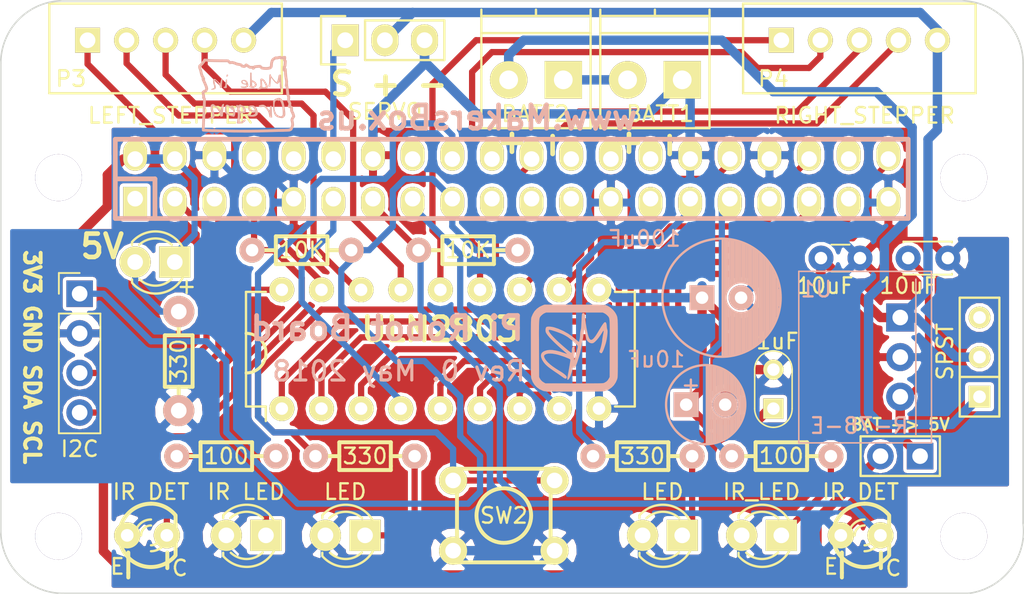
<source format=kicad_pcb>
(kicad_pcb (version 4) (host pcbnew 4.0.6)
  (title_block (title "Raspberry Pi Hat Template") (date 2015-12-24) (rev 0.1) (company OpenFet) (comment 1 "Author: Julien") (comment 2 "License: CERN OHL V1.2"))
  (layers (0 F.Cu signal hide) (31 B.Cu signal hide) (34 B.Paste user) (35 F.Paste user) (36 B.SilkS user) (37 F.SilkS user hide) (38 B.Mask user) (39 F.Mask user) (44 Edge.Cuts user))
  (net 0 "")
  (net 1 GND)
  (net 2 "Net-(P3-Pad1)")
  (net 3 +5V)
  (net 4 "Net-(D3-Pad2)")
  (net 5 "Net-(D4-Pad2)")
  (net 6 +BATT)
  (net 7 "Net-(D1-Pad1)")
  (net 8 "Net-(D2-Pad2)")
  (net 9 "Net-(D5-Pad2)")
  (net 10 "Net-(P3-Pad2)")
  (net 11 "Net-(P3-Pad3)")
  (net 12 "Net-(P3-Pad4)")
  (net 13 /GPIO18)
  (net 14 /GPIO27)
  (net 15 /GPIO4)
  (net 16 /GPIO5)
  (net 17 /GPIO25)
  (net 18 /GPIO6)
  (net 19 /GPIO26)
  (net 20 +3V3)
  (net 21 "Net-(P2-Pad2)")
  (net 22 /GPIO24)
  (net 23 /GPIO12)
  (net 24 /GPIO13)
  (net 25 /GPIO16)
  (net 26 /GPIO17)
  (net 27 /GPIO19)
  (net 28 /GPIO20)
  (net 29 /GPIO21)
  (net 30 /GPIO22)
  (net 31 "Net-(P4-Pad4)")
  (net 32 "Net-(P4-Pad3)")
  (net 33 "Net-(P4-Pad2)")
  (net 34 "Net-(P4-Pad1)")
  (net 35 "Net-(P1-Pad2)")
  (net 36 "Net-(P0-Pad1)")
  (net 37 /SDA)
  (net 38 /SCL)
  (net 39 "Net-(P0-Pad8)")
  (net 40 "Net-(P0-Pad10)")
  (net 41 /GPIO23)
  (net 42 "Net-(P0-Pad19)")
  (net 43 "Net-(P0-Pad20)")
  (net 44 "Net-(P0-Pad21)")
  (net 45 "Net-(P0-Pad23)")
  (net 46 "Net-(P0-Pad24)")
  (net 47 "Net-(P0-Pad26)")
  (net 48 "Net-(P0-Pad27)")
  (net 49 "Net-(P0-Pad28)")
  (net 50 "Net-(C2-Pad1)")
  (module project_footprints:C_Disc_D3.0mm_W2.0mm_P2.50mm (layer F.Cu) (at 172.238 101.7)
    (fp_text reference C2 hide)
    (fp_text value 10uF (at 0 1.778) (layer F.SilkS))
    (pad 1 thru_hole circle (at 0 0) (size 1.6 1.6) (drill 0.8) (layers *.Cu *.Mask) (net 50 "Net-(C2-Pad1)"))
    (pad 2 thru_hole circle (at 2.54 0) (size 1.6 1.6) (drill 0.8) (layers *.Cu *.Mask) (net 1 GND))
  )
  (module footprints:pin_socket_20x2 (layer F.Cu) (at 146.838 96.62)
    (fp_text reference P0 hide)
    (fp_text value Raspberry_Pi_+_Conn hide)
    (pad 1 thru_hole rect (at -24.13 1.27) (size 1.524 1.99898) (drill 1.00076 (offset 0 0.24892)) (layers *.Cu *.Mask F.SilkS) (net 36 "Net-(P0-Pad1)"))
    (pad 2 thru_hole oval (at -24.13 -1.27) (size 1.524 1.99898) (drill 1.00076 (offset 0 -0.24892)) (layers *.Cu *.Mask F.SilkS) (net 3 +5V))
    (pad 3 thru_hole oval (at -21.59 1.27) (size 1.524 1.99898) (drill 1.00076 (offset 0 0.24892)) (layers *.Cu *.Mask F.SilkS) (net 37 /SDA))
    (pad 4 thru_hole oval (at -21.59 -1.27) (size 1.524 1.99898) (drill 1.00076 (offset 0 -0.24892)) (layers *.Cu *.Mask F.SilkS) (net 3 +5V))
    (pad 5 thru_hole oval (at -19.05 1.27) (size 1.524 1.99898) (drill 1.00076 (offset 0 0.24892)) (layers *.Cu *.Mask F.SilkS) (net 38 /SCL))
    (pad 6 thru_hole oval (at -19.05 -1.27) (size 1.524 1.99898) (drill 1.00076 (offset 0 -0.24892)) (layers *.Cu *.Mask F.SilkS) (net 1 GND))
    (pad 7 thru_hole oval (at -16.51 1.27) (size 1.524 1.99898) (drill 1.00076 (offset 0 0.24892)) (layers *.Cu *.Mask F.SilkS) (net 15 /GPIO4))
    (pad 8 thru_hole oval (at -16.51 -1.27) (size 1.524 1.99898) (drill 1.00076 (offset 0 -0.24892)) (layers *.Cu *.Mask F.SilkS) (net 39 "Net-(P0-Pad8)"))
    (pad 9 thru_hole oval (at -13.97 1.27) (size 1.524 1.99898) (drill 1.00076 (offset 0 0.24892)) (layers *.Cu *.Mask F.SilkS) (net 1 GND))
    (pad 10 thru_hole oval (at -13.97 -1.27) (size 1.524 1.99898) (drill 1.00076 (offset 0 -0.24892)) (layers *.Cu *.Mask F.SilkS) (net 40 "Net-(P0-Pad10)"))
    (pad 11 thru_hole oval (at -11.43 1.27) (size 1.524 1.99898) (drill 1.00076 (offset 0 0.24892)) (layers *.Cu *.Mask F.SilkS) (net 26 /GPIO17))
    (pad 12 thru_hole oval (at -11.43 -1.27) (size 1.524 1.99898) (drill 1.00076 (offset 0 -0.24892)) (layers *.Cu *.Mask F.SilkS) (net 13 /GPIO18))
    (pad 13 thru_hole oval (at -8.89 1.27) (size 1.524 1.99898) (drill 1.00076 (offset 0 0.24892)) (layers *.Cu *.Mask F.SilkS) (net 14 /GPIO27))
    (pad 14 thru_hole oval (at -8.89 -1.27) (size 1.524 1.99898) (drill 1.00076 (offset 0 -0.24892)) (layers *.Cu *.Mask F.SilkS) (net 1 GND))
    (pad 15 thru_hole oval (at -6.35 1.27) (size 1.524 1.99898) (drill 1.00076 (offset 0 0.24892)) (layers *.Cu *.Mask F.SilkS) (net 30 /GPIO22))
    (pad 16 thru_hole oval (at -6.35 -1.27) (size 1.524 1.99898) (drill 1.00076 (offset 0 -0.24892)) (layers *.Cu *.Mask F.SilkS) (net 41 /GPIO23))
    (pad 17 thru_hole oval (at -3.81 1.27) (size 1.524 1.99898) (drill 1.00076 (offset 0 0.24892)) (layers *.Cu *.Mask F.SilkS) (net 20 +3V3))
    (pad 18 thru_hole oval (at -3.81 -1.27) (size 1.524 1.99898) (drill 1.00076 (offset 0 -0.24892)) (layers *.Cu *.Mask F.SilkS) (net 22 /GPIO24))
    (pad 19 thru_hole oval (at -1.27 1.27) (size 1.524 1.99898) (drill 1.00076 (offset 0 0.24892)) (layers *.Cu *.Mask F.SilkS) (net 42 "Net-(P0-Pad19)"))
    (pad 20 thru_hole oval (at -1.27 -1.27) (size 1.524 1.99898) (drill 1.00076 (offset 0 -0.24892)) (layers *.Cu *.Mask F.SilkS) (net 43 "Net-(P0-Pad20)"))
    (pad 21 thru_hole oval (at 1.27 1.27) (size 1.524 1.99898) (drill 1.00076 (offset 0 0.24892)) (layers *.Cu *.Mask F.SilkS) (net 44 "Net-(P0-Pad21)"))
    (pad 22 thru_hole oval (at 1.27 -1.27) (size 1.524 1.99898) (drill 1.00076 (offset 0 -0.24892)) (layers *.Cu *.Mask F.SilkS) (net 17 /GPIO25))
    (pad 23 thru_hole oval (at 3.81 1.27) (size 1.524 1.99898) (drill 1.00076 (offset 0 0.24892)) (layers *.Cu *.Mask F.SilkS) (net 45 "Net-(P0-Pad23)"))
    (pad 24 thru_hole oval (at 3.81 -1.27) (size 1.524 1.99898) (drill 1.00076 (offset 0 -0.24892)) (layers *.Cu *.Mask F.SilkS) (net 46 "Net-(P0-Pad24)"))
    (pad 25 thru_hole oval (at 6.35 1.27) (size 1.524 1.99898) (drill 1.00076 (offset 0 0.24892)) (layers *.Cu *.Mask F.SilkS) (net 1 GND))
    (pad 26 thru_hole oval (at 6.35 -1.27) (size 1.524 1.99898) (drill 1.00076 (offset 0 -0.24892)) (layers *.Cu *.Mask F.SilkS) (net 47 "Net-(P0-Pad26)"))
    (pad 27 thru_hole oval (at 8.89 1.27) (size 1.524 1.99898) (drill 1.00076 (offset 0 0.24892)) (layers *.Cu *.Mask F.SilkS) (net 48 "Net-(P0-Pad27)"))
    (pad 28 thru_hole oval (at 8.89 -1.27) (size 1.524 1.99898) (drill 1.00076 (offset 0 -0.24892)) (layers *.Cu *.Mask F.SilkS) (net 49 "Net-(P0-Pad28)"))
    (pad 29 thru_hole oval (at 11.43 1.27) (size 1.524 1.99898) (drill 1.00076 (offset 0 0.24892)) (layers *.Cu *.Mask F.SilkS) (net 16 /GPIO5))
    (pad 30 thru_hole oval (at 11.43 -1.27) (size 1.524 1.99898) (drill 1.00076 (offset 0 -0.24892)) (layers *.Cu *.Mask F.SilkS) (net 1 GND))
    (pad 31 thru_hole oval (at 13.97 1.27) (size 1.524 1.99898) (drill 1.00076 (offset 0 0.24892)) (layers *.Cu *.Mask F.SilkS) (net 18 /GPIO6))
    (pad 32 thru_hole oval (at 13.97 -1.27) (size 1.524 1.99898) (drill 1.00076 (offset 0 -0.24892)) (layers *.Cu *.Mask F.SilkS) (net 23 /GPIO12))
    (pad 33 thru_hole oval (at 16.51 1.27) (size 1.524 1.99898) (drill 1.00076 (offset 0 0.24892)) (layers *.Cu *.Mask F.SilkS) (net 24 /GPIO13))
    (pad 34 thru_hole oval (at 16.51 -1.27) (size 1.524 1.99898) (drill 1.00076 (offset 0 -0.24892)) (layers *.Cu *.Mask F.SilkS) (net 1 GND))
    (pad 35 thru_hole oval (at 19.05 1.27) (size 1.524 1.99898) (drill 1.00076 (offset 0 0.24892)) (layers *.Cu *.Mask F.SilkS) (net 27 /GPIO19))
    (pad 36 thru_hole oval (at 19.05 -1.27) (size 1.524 1.99898) (drill 1.00076 (offset 0 -0.24892)) (layers *.Cu *.Mask F.SilkS) (net 25 /GPIO16))
    (pad 37 thru_hole oval (at 21.59 1.27) (size 1.524 1.99898) (drill 1.00076 (offset 0 0.24892)) (layers *.Cu *.Mask F.SilkS) (net 28 /GPIO20))
    (pad 38 thru_hole oval (at 21.59 -1.27) (size 1.524 1.99898) (drill 1.00076 (offset 0 -0.24892)) (layers *.Cu *.Mask F.SilkS))
    (pad 39 thru_hole oval (at 24.13 1.27) (size 1.524 1.99898) (drill 1.00076 (offset 0 0.24892)) (layers *.Cu *.Mask F.SilkS) (net 1 GND))
    (pad 40 thru_hole oval (at 24.13 -1.27) (size 1.524 1.99898) (drill 1.00076 (offset 0 -0.24892)) (layers *.Cu *.Mask F.SilkS) (net 29 /GPIO21))
  )
  (module Pin_Headers:Pin_Header_Straight_1x02_Pitch2.54mm (layer F.Cu) (at 173 114.4 270)
    (fp_text reference J2 hide)
    (fp_text value JMP)
    (pad 1 thru_hole rect (at 0 0 270) (size 1.7 1.7) (drill 1) (layers *.Cu *.Mask) (net 50 "Net-(C2-Pad1)"))
    (pad 2 thru_hole oval (at 0 2.54 270) (size 1.7 1.7) (drill 1) (layers *.Cu *.Mask) (net 3 +5V))
  )
  (module project_footprints:R-78-E (layer B.Cu) (at 171.73 108.05 270)
    (fp_text reference U1 (at -4.35 5.38 360) (layer B.SilkS) (effects (justify mirror)))
    (fp_text value R-78-E (at 4.4 2.63 360) (layer B.SilkS) (effects (justify mirror)))
    (pad 1 thru_hole rect (at -2.54 0 270) (size 1.8 1.8) (drill 1) (layers *.Cu *.Mask) (net 6 +BATT))
    (pad 2 thru_hole oval (at 0 0 270) (size 1.8 1.8) (drill 1) (layers *.Cu *.Mask) (net 1 GND))
    (pad 3 thru_hole oval (at 2.54 0 270) (size 1.8 1.8) (drill 1) (layers *.Cu *.Mask) (net 50 "Net-(C2-Pad1)"))
  )
  (module Mounting_Holes:MountingHole_3mm (layer F.Cu) (at 175.8 96.54)
    (fp_text reference REF** hide)
    (fp_text value MountingHole_3mm hide)
    (pad 1 thru_hole circle (at 0 0) (size 3 3) (drill 3) (layers))
  )
  (module Mounting_Holes:MountingHole_3mm (layer F.Cu) (at 117.8 96.54)
    (fp_text reference REF** hide)
    (fp_text value MountingHole_3mm hide)
    (pad 1 thru_hole circle (at 0 0) (size 3 3) (drill 3) (layers))
  )
  (module Mounting_Holes:MountingHole_3mm (layer F.Cu) (at 175.8 119.54)
    (fp_text reference REF** hide)
    (fp_text value MountingHole_3mm hide)
    (pad 1 thru_hole circle (at 0 0) (size 3 3) (drill 3) (layers))
  )
  (module Mounting_Holes:MountingHole_3mm (layer F.Cu) (at 117.8 119.54)
    (fp_text reference REF** hide)
    (fp_text value MountingHole_3mm hide)
    (pad 1 thru_hole circle (at 0 0) (size 3 3) (drill 3) (layers))
  )
  (module project_footprints:C_Disc_D3.0mm_W1.6mm_P2.50mm (layer F.Cu) (at 166.65 101.7)
    (fp_text reference C1 hide)
    (fp_text value 10uF (at 0.254 1.778) (layer F.SilkS))
    (pad 1 thru_hole circle (at 0 0) (size 1.6 1.6) (drill 0.8) (layers *.Cu *.Mask) (net 6 +BATT))
    (pad 2 thru_hole circle (at 2.5 0) (size 1.6 1.6) (drill 0.8) (layers *.Cu *.Mask) (net 1 GND))
  )
  (module footprints:C_Radial_D7.5_L11.2_P2.5 (layer B.Cu) (at 159.03 104.24)
    (fp_text reference C3 hide)
    (fp_text value 100uF (at -3.68 -3.79) (layer B.SilkS) (effects (justify mirror)))
    (pad 2 thru_hole circle (at 2.5 0) (size 1.6 1.6) (drill 0.8) (layers *.Cu *.Mask B.SilkS) (net 1 GND))
    (pad 1 thru_hole rect (at 0 0) (size 1.6 1.6) (drill 0.8) (layers *.Cu *.Mask B.SilkS) (net 6 +BATT))
  )
  (module footprints:C_Radial_D5_L11_P2.5 (layer B.Cu) (at 158.014 111.098)
    (fp_text reference C4 hide)
    (fp_text value 10uF (at -1.914 -2.898) (layer B.SilkS) (effects (justify mirror)))
    (fp_text user + (at 0.3 -1.3) (layer B.SilkS) (effects (justify mirror)))
    (pad 1 thru_hole rect (at 0 0) (size 1.6 1.6) (drill 0.8) (layers *.Cu *.Mask B.SilkS) (net 6 +BATT))
    (pad 2 thru_hole circle (at 2.5 0) (size 1.6 1.6) (drill 0.8) (layers *.Cu *.Mask B.SilkS) (net 1 GND))
  )
  (module footprints:C_Disc_D3_P2.5 (layer F.Cu) (at 163.602 111.352 90)
    (fp_text reference C5 hide)
    (fp_text value 1uF (at 4.318 0.254 180) (layer F.SilkS))
    (pad 1 thru_hole rect (at 0 0 90) (size 1.3 1.3) (drill 0.8) (layers *.Cu *.Mask F.SilkS) (net 6 +BATT))
    (pad 2 thru_hole circle (at 2.5 0 90) (size 1.3 1.3) (drill 0.8001) (layers *.Cu *.Mask F.SilkS) (net 1 GND))
  )
  (module project_footprints:LED-3MM (layer F.Cu) (at 122.708 101.954)
    (fp_text reference D1 hide)
    (fp_text value LED)
    (fp_text user + (at 3.302 1.524) (layer F.SilkS))
    (pad 1 thru_hole circle (at 0 0 90) (size 2 2) (drill 1.00076) (layers *.Cu *.Mask F.SilkS) (net 7 "Net-(D1-Pad1)"))
    (pad 2 thru_hole rect (at 2.54 0) (size 2 2) (drill 1.00076) (layers *.Cu *.Mask F.SilkS) (net 3 +5V))
  )
  (module footprints:LED-3MM (layer F.Cu) (at 161.57 119.48)
    (fp_text reference D2 hide)
    (fp_text value IR_LED (at 1.27 -2.794) (layer F.SilkS))
    (pad 1 thru_hole circle (at 0 0 90) (size 2 2) (drill 1.00076) (layers *.Cu *.Mask F.SilkS) (net 1 GND))
    (pad 2 thru_hole rect (at 2.54 0) (size 2 2) (drill 1.00076) (layers *.Cu *.Mask F.SilkS) (net 8 "Net-(D2-Pad2)"))
  )
  (module footprints:LED-3MM (layer F.Cu) (at 134.9 119.48)
    (fp_text reference D3 hide)
    (fp_text value LED (at 1.27 -2.794) (layer F.SilkS))
    (pad 1 thru_hole circle (at 0 0 90) (size 2 2) (drill 1.00076) (layers *.Cu *.Mask F.SilkS) (net 1 GND))
    (pad 2 thru_hole rect (at 2.54 0) (size 2 2) (drill 1.00076) (layers *.Cu *.Mask F.SilkS) (net 4 "Net-(D3-Pad2)"))
  )
  (module footprints:LED-3MM (layer F.Cu) (at 155.22 119.48)
    (fp_text reference D4 hide)
    (fp_text value LED (at 1.27 -2.794) (layer F.SilkS))
    (pad 1 thru_hole circle (at 0 0 90) (size 2 2) (drill 1.00076) (layers *.Cu *.Mask F.SilkS) (net 1 GND))
    (pad 2 thru_hole rect (at 2.54 0) (size 2 2) (drill 1.00076) (layers *.Cu *.Mask F.SilkS) (net 5 "Net-(D4-Pad2)"))
  )
  (module footprints:LED-3MM (layer F.Cu) (at 128.55 119.48)
    (fp_text reference D5 hide)
    (fp_text value "IR LED" (at 1.27 -2.794) (layer F.SilkS))
    (pad 1 thru_hole circle (at 0 0 90) (size 2 2) (drill 1.00076) (layers *.Cu *.Mask F.SilkS) (net 1 GND))
    (pad 2 thru_hole rect (at 2.54 0) (size 2 2) (drill 1.00076) (layers *.Cu *.Mask F.SilkS) (net 9 "Net-(D5-Pad2)"))
  )
  (module footprints:Pin_Header_Straight_1x03 (layer F.Cu) (at 136.17 87.73 90)
    (fp_text reference P5 hide)
    (fp_text value SERVO (at -4.572 2.54 180) (layer F.SilkS))
    (pad 1 thru_hole rect (at 0 0 90) (size 2.032 1.7272) (drill 1.016) (layers *.Cu *.Mask F.SilkS) (net 13 /GPIO18))
    (pad 2 thru_hole oval (at 0 2.54 90) (size 2.032 1.7272) (drill 1.016) (layers *.Cu *.Mask F.SilkS) (net 6 +BATT))
    (pad 3 thru_hole oval (at 0 5.08 90) (size 2.032 1.7272) (drill 1.016) (layers *.Cu *.Mask F.SilkS) (net 1 GND))
  )
  (module footprints:PHOTOTRANS (layer F.Cu) (at 123.47 119.48)
    (fp_text reference Q1 hide)
    (fp_text value OPTO_NPN hide)
    (fp_text user E (at -1.9 2) (layer F.SilkS))
    (fp_text user C (at 2.1 2.1) (layer F.SilkS))
    (pad 1 thru_hole circle (at -1.27 0) (size 1.6764 1.6764) (drill 0.8128) (layers *.Cu *.Mask F.SilkS) (net 1 GND))
    (pad 3 thru_hole circle (at 1.27 0 45) (size 1.6764 1.6764) (drill 0.8128) (layers *.Cu *.Mask F.SilkS) (net 15 /GPIO4))
  )
  (module footprints:PHOTOTRANS (layer F.Cu) (at 169.19 119.48)
    (fp_text reference Q2 hide)
    (fp_text value OPTO_NPN hide)
    (fp_text user E (at -1.9 2) (layer F.SilkS))
    (fp_text user C (at 2.1 2.1) (layer F.SilkS))
    (pad 1 thru_hole circle (at -1.27 0) (size 1.6764 1.6764) (drill 0.8128) (layers *.Cu *.Mask F.SilkS) (net 1 GND))
    (pad 3 thru_hole circle (at 1.27 0 45) (size 1.6764 1.6764) (drill 0.8128) (layers *.Cu *.Mask F.SilkS) (net 14 /GPIO27))
  )
  (module project_footprints:Resistor_Horz (layer F.Cu) (at 125.502 108.304 270)
    (fp_text reference R1)
    (fp_text value 330 (at 0 0 270) (layer F.SilkS))
    (pad 1 thru_hole circle (at -3.175 0 270) (size 1.99898 1.99898) (drill 1.00076) (layers *.Cu *.SilkS *.Mask) (net 7 "Net-(D1-Pad1)"))
    (pad 2 thru_hole circle (at 3.175 0 270) (size 1.99898 1.99898) (drill 1.00076) (layers *.Cu *.SilkS *.Mask) (net 1 GND))
  )
  (module footprints:Resistor_Horz (layer F.Cu) (at 164.11 114.4)
    (fp_text reference R2)
    (fp_text value 100 (at 0 0) (layer F.SilkS))
    (pad 1 thru_hole circle (at -3.175 0) (size 1.6 1.6) (drill 0.8) (layers *.Cu *.SilkS *.Mask) (net 18 /GPIO6))
    (pad 2 thru_hole circle (at 3.175 0) (size 1.6 1.6) (drill 0.8) (layers *.Cu *.SilkS *.Mask) (net 8 "Net-(D2-Pad2)"))
  )
  (module footprints:Resistor_Horz (layer F.Cu) (at 137.44 114.4)
    (fp_text reference R3)
    (fp_text value 330 (at 0 0) (layer F.SilkS))
    (pad 1 thru_hole circle (at -3.175 0) (size 1.6 1.6) (drill 0.8) (layers *.Cu *.SilkS *.Mask) (net 17 /GPIO25))
    (pad 2 thru_hole circle (at 3.175 0) (size 1.6 1.6) (drill 0.8) (layers *.Cu *.SilkS *.Mask) (net 4 "Net-(D3-Pad2)"))
  )
  (module footprints:Resistor_Horz (layer F.Cu) (at 155.22 114.4)
    (fp_text reference R4)
    (fp_text value 330 (at 0 0) (layer F.SilkS))
    (pad 1 thru_hole circle (at -3.175 0) (size 1.6 1.6) (drill 0.8) (layers *.Cu *.SilkS *.Mask) (net 16 /GPIO5))
    (pad 2 thru_hole circle (at 3.175 0) (size 1.6 1.6) (drill 0.8) (layers *.Cu *.SilkS *.Mask) (net 5 "Net-(D4-Pad2)"))
  )
  (module footprints:Resistor_Horz (layer F.Cu) (at 128.55 114.4 180)
    (fp_text reference R5)
    (fp_text value 100 (at 0 0 180) (layer F.SilkS))
    (pad 1 thru_hole circle (at -3.175 0 180) (size 1.6 1.6) (drill 0.8) (layers *.Cu *.SilkS *.Mask) (net 19 /GPIO26))
    (pad 2 thru_hole circle (at 3.175 0 180) (size 1.6 1.6) (drill 0.8) (layers *.Cu *.SilkS *.Mask) (net 9 "Net-(D5-Pad2)"))
  )
  (module footprints:Resistor_Horz (layer F.Cu) (at 133.376 101.192)
    (fp_text reference R6)
    (fp_text value 10K (at 0 0) (layer F.SilkS))
    (pad 1 thru_hole circle (at -3.175 0) (size 1.6 1.6) (drill 0.8) (layers *.Cu *.SilkS *.Mask) (net 15 /GPIO4))
    (pad 2 thru_hole circle (at 3.175 0) (size 1.6 1.6) (drill 0.8) (layers *.Cu *.SilkS *.Mask) (net 20 +3V3))
  )
  (module footprints:Resistor_Horz (layer F.Cu) (at 144.044 101.192)
    (fp_text reference R7)
    (fp_text value 10K (at 0 0) (layer F.SilkS))
    (pad 1 thru_hole circle (at -3.175 0) (size 1.6 1.6) (drill 0.8) (layers *.Cu *.SilkS *.Mask) (net 14 /GPIO27))
    (pad 2 thru_hole circle (at 3.175 0) (size 1.6 1.6) (drill 0.8) (layers *.Cu *.SilkS *.Mask) (net 20 +3V3))
  )
  (module footprints:SW_Micro_SPST (layer F.Cu) (at 176.81 108.05 90)
    (fp_text reference SW1 hide)
    (fp_text value SPST (at 0.35 -2.21 90) (layer F.SilkS))
    (pad 1 thru_hole rect (at -2.54 0 90) (size 1.397 1.397) (drill 0.8128) (layers *.Cu *.Mask F.SilkS) (net 21 "Net-(P2-Pad2)"))
    (pad 2 thru_hole circle (at 0 0 90) (size 1.397 1.397) (drill 0.8128) (layers *.Cu *.Mask F.SilkS) (net 6 +BATT))
    (pad 3 thru_hole circle (at 2.54 0 90) (size 1.397 1.397) (drill 0.8128) (layers *.Cu *.Mask F.SilkS))
  )
  (module footprints:SW_PUSH_SMALL (layer F.Cu) (at 146.33 118.21 180)
    (fp_text reference SW2 (at 0 0 180) (layer F.SilkS))
    (fp_text value SW_PUSH hide)
    (pad 1 thru_hole circle (at 3.25 -2.25 180) (size 1.8 1.8) (drill 1) (layers *.Cu *.Mask F.SilkS) (net 1 GND))
    (pad 2 thru_hole circle (at 3.25 2.25 180) (size 1.8 1.8) (drill 1) (layers *.Cu *.Mask F.SilkS) (net 22 /GPIO24))
    (pad 1 thru_hole circle (at -3.25 -2.25 180) (size 1.8 1.8) (drill 1) (layers *.Cu *.Mask F.SilkS) (net 1 GND))
    (pad 2 thru_hole circle (at -3.25 2.25 180) (size 1.8 1.8) (drill 1) (layers *.Cu *.Mask F.SilkS) (net 22 /GPIO24))
  )
  (module footprints:DIP-18_W7.62mm (layer F.Cu) (at 132.106 111.352 90)
    (fp_text reference U2 hide)
    (fp_text value ULN2803 (at 5.08 10.16 180) (layer F.SilkS) (effects (font (size 1.5 1.5) (thickness 0.3))))
    (pad 1 thru_hole oval (at 0 0 90) (size 1.6 1.6) (drill 0.8) (layers *.Cu *.Mask F.SilkS) (net 23 /GPIO12))
    (pad 2 thru_hole oval (at 0 2.54 90) (size 1.6 1.6) (drill 0.8) (layers *.Cu *.Mask F.SilkS) (net 24 /GPIO13))
    (pad 3 thru_hole oval (at 0 5.08 90) (size 1.6 1.6) (drill 0.8) (layers *.Cu *.Mask F.SilkS) (net 25 /GPIO16))
    (pad 4 thru_hole oval (at 0 7.62 90) (size 1.6 1.6) (drill 0.8) (layers *.Cu *.Mask F.SilkS) (net 26 /GPIO17))
    (pad 5 thru_hole oval (at 0 10.16 90) (size 1.6 1.6) (drill 0.8) (layers *.Cu *.Mask F.SilkS) (net 27 /GPIO19))
    (pad 6 thru_hole oval (at 0 12.7 90) (size 1.6 1.6) (drill 0.8) (layers *.Cu *.Mask F.SilkS) (net 28 /GPIO20))
    (pad 7 thru_hole oval (at 0 15.24 90) (size 1.6 1.6) (drill 0.8) (layers *.Cu *.Mask F.SilkS) (net 29 /GPIO21))
    (pad 8 thru_hole oval (at 0 17.78 90) (size 1.6 1.6) (drill 0.8) (layers *.Cu *.Mask F.SilkS) (net 30 /GPIO22))
    (pad 9 thru_hole oval (at 0 20.32 90) (size 1.6 1.6) (drill 0.8) (layers *.Cu *.Mask F.SilkS) (net 1 GND))
    (pad 10 thru_hole oval (at 7.62 20.32 90) (size 1.6 1.6) (drill 0.8) (layers *.Cu *.Mask F.SilkS) (net 6 +BATT))
    (pad 11 thru_hole oval (at 7.62 17.78 90) (size 1.6 1.6) (drill 0.8) (layers *.Cu *.Mask F.SilkS) (net 31 "Net-(P4-Pad4)"))
    (pad 12 thru_hole oval (at 7.62 15.24 90) (size 1.6 1.6) (drill 0.8) (layers *.Cu *.Mask F.SilkS) (net 32 "Net-(P4-Pad3)"))
    (pad 13 thru_hole oval (at 7.62 12.7 90) (size 1.6 1.6) (drill 0.8) (layers *.Cu *.Mask F.SilkS) (net 33 "Net-(P4-Pad2)"))
    (pad 14 thru_hole oval (at 7.62 10.16 90) (size 1.6 1.6) (drill 0.8) (layers *.Cu *.Mask F.SilkS) (net 34 "Net-(P4-Pad1)"))
    (pad 15 thru_hole oval (at 7.62 7.62 90) (size 1.6 1.6) (drill 0.8) (layers *.Cu *.Mask F.SilkS) (net 12 "Net-(P3-Pad4)"))
    (pad 16 thru_hole oval (at 7.62 5.08 90) (size 1.6 1.6) (drill 0.8) (layers *.Cu *.Mask F.SilkS) (net 11 "Net-(P3-Pad3)"))
    (pad 17 thru_hole oval (at 7.62 2.54 90) (size 1.6 1.6) (drill 0.8) (layers *.Cu *.Mask F.SilkS) (net 10 "Net-(P3-Pad2)"))
    (pad 18 thru_hole oval (at 7.62 0 90) (size 1.6 1.6) (drill 0.8) (layers *.Cu *.Mask F.SilkS) (net 2 "Net-(P3-Pad1)"))
  )
  (module footprints:TerminalBlock_Pheonix_PT-3.5mm_2pol (layer F.Cu) (at 157.76 90.27 180)
    (fp_text reference P1 hide)
    (fp_text value BATT1 (at 1.41 -2.18 180) (layer F.SilkS))
    (pad 2 thru_hole circle (at 3.5 0 180) (size 2.4 2.4) (drill 1.2) (layers *.Cu *.Mask F.SilkS) (net 35 "Net-(P1-Pad2)"))
    (pad 1 thru_hole rect (at 0 0 180) (size 2.4 2.4) (drill 1.2) (layers *.Cu *.Mask F.SilkS) (net 1 GND))
  )
  (module footprints:TerminalBlock_Pheonix_PT-3.5mm_2pol (layer F.Cu) (at 150.14 90.27 180)
    (fp_text reference P2 hide)
    (fp_text value BATT2 (at 1.79 -2.18 180) (layer F.SilkS))
    (pad 2 thru_hole circle (at 3.5 0 180) (size 2.4 2.4) (drill 1.2) (layers *.Cu *.Mask F.SilkS) (net 21 "Net-(P2-Pad2)"))
    (pad 1 thru_hole rect (at 0 0 180) (size 2.4 2.4) (drill 1.2) (layers *.Cu *.Mask F.SilkS) (net 35 "Net-(P1-Pad2)"))
  )
  (module footprints:JST_B5B-XH-A (layer F.Cu) (at 119.66 87.73)
    (fp_text reference P3 (at -1.06 2.47) (layer F.SilkS))
    (fp_text value LEFT_STEPPER (at 5.334 4.826) (layer F.SilkS))
    (pad 1 thru_hole rect (at 0 0) (size 1.6 1.6) (drill 1) (layers *.Cu *.Mask F.SilkS) (net 2 "Net-(P3-Pad1)"))
    (pad 2 thru_hole circle (at 2.5 0) (size 1.6 1.6) (drill 1) (layers *.Cu *.Mask F.SilkS) (net 10 "Net-(P3-Pad2)"))
    (pad 3 thru_hole circle (at 5 0) (size 1.6 1.6) (drill 1) (layers *.Cu *.Mask F.SilkS) (net 11 "Net-(P3-Pad3)"))
    (pad 4 thru_hole circle (at 7.5 0) (size 1.6 1.6) (drill 1) (layers *.Cu *.Mask F.SilkS) (net 12 "Net-(P3-Pad4)"))
    (pad 5 thru_hole circle (at 10 0) (size 1.6 1.6) (drill 1) (layers *.Cu *.Mask F.SilkS) (net 6 +BATT))
  )
  (module footprints:JST_B5B-XH-A (layer F.Cu) (at 164.11 87.73)
    (fp_text reference P4 (at -0.51 2.47) (layer F.SilkS))
    (fp_text value RIGHT_STEPPER (at 5.334 4.826) (layer F.SilkS))
    (pad 1 thru_hole rect (at 0 0) (size 1.6 1.6) (drill 1) (layers *.Cu *.Mask F.SilkS) (net 34 "Net-(P4-Pad1)"))
    (pad 2 thru_hole circle (at 2.5 0) (size 1.6 1.6) (drill 1) (layers *.Cu *.Mask F.SilkS) (net 33 "Net-(P4-Pad2)"))
    (pad 3 thru_hole circle (at 5 0) (size 1.6 1.6) (drill 1) (layers *.Cu *.Mask F.SilkS) (net 32 "Net-(P4-Pad3)"))
    (pad 4 thru_hole circle (at 7.5 0) (size 1.6 1.6) (drill 1) (layers *.Cu *.Mask F.SilkS) (net 31 "Net-(P4-Pad4)"))
    (pad 5 thru_hole circle (at 10 0) (size 1.6 1.6) (drill 1) (layers *.Cu *.Mask F.SilkS) (net 6 +BATT))
  )
  (module Pin_Headers:Pin_Header_Straight_1x04_Pitch2.54mm (layer F.Cu) (at 119.152 103.986)
    (fp_text reference J1 hide)
    (fp_text value I2C (at 0 9.95) (layer F.SilkS))
    (pad 1 thru_hole rect (at 0 0) (size 1.7 1.7) (drill 1) (layers *.Cu *.Mask) (net 20 +3V3))
    (pad 2 thru_hole oval (at 0 2.54) (size 1.7 1.7) (drill 1) (layers *.Cu *.Mask) (net 1 GND))
    (pad 3 thru_hole oval (at 0 5.08) (size 1.7 1.7) (drill 1) (layers *.Cu *.Mask) (net 37 /SDA))
    (pad 4 thru_hole oval (at 0 7.62) (size 1.7 1.7) (drill 1) (layers *.Cu *.Mask) (net 38 /SCL))
  )
  (module footprints:MB225rev (layer F.Cu) (at 150.85 107.45)
    (fp_text reference VAL hide)
    (fp_text value MB225rev hide)
  )
  (module footprints:MadeInOregonRev25 (layer F.Cu) (at 129.85 91.2)
    (fp_text reference VAL hide)
    (fp_text value MadeInOregonRev25 hide)
  )
  (gr_text www.MakersBox.us (at 144.6 92.7) (layer B.SilkS) (effects (font (size 1.5 1.5) (thickness 0.3)) (justify mirror)))
  (gr_text "Rev 0. May 2018" (at 139.6 108.95) (layer B.SilkS) (effects (font (size 1.25 1.25) (thickness 0.2)) (justify mirror)))
  (gr_text "Pi Robot Board" (at 138.85 106.2) (layer B.SilkS) (effects (font (size 1.5 1.5) (thickness 0.3)) (justify mirror)))
  (gr_text 5V (at 120.6 100.95) (layer F.SilkS) (effects (font (size 1.5 1.5) (thickness 0.3))))
  (gr_text - (at 156.85 94.45 90) (layer F.SilkS) (effects (font (size 1.5 1.5) (thickness 0.3))))
  (gr_text + (at 154.35 94.2) (layer F.SilkS) (effects (font (size 1.5 1.5) (thickness 0.3))))
  (gr_text - (at 149.35 94.45 90) (layer F.SilkS) (effects (font (size 1.5 1.5) (thickness 0.3))))
  (gr_text + (at 146.85 94.2) (layer F.SilkS) (effects (font (size 1.5 1.5) (thickness 0.3))))
  (gr_line (start 114.1 89.2) (end 114.1 119.2) (angle 90) (layer Edge.Cuts) (width 0.1))
  (gr_line (start 175.6 85.2) (end 118.1 85.2) (angle 90) (layer Edge.Cuts) (width 0.1))
  (gr_line (start 179.6 118.7) (end 179.6 89.2) (angle 90) (layer Edge.Cuts) (width 0.1))
  (gr_line (start 118.1 123.2) (end 176.1 123.2) (angle 90) (layer Edge.Cuts) (width 0.1))
  (gr_arc (start 118.1 119.2) (end 118.1 123.2) (angle 90) (layer Edge.Cuts) (width 0.1))
  (gr_arc (start 118.1 89.2) (end 114.1 89.2) (angle 90) (layer Edge.Cuts) (width 0.1))
  (gr_arc (start 175.6 89.2) (end 175.6 85.2) (angle 90) (layer Edge.Cuts) (width 0.1))
  (gr_arc (start 175.6 119.2) (end 179.6 118.7) (angle 90) (layer Edge.Cuts) (width 0.1))
  (gr_text "BAT -> 5V" (at 171.73 112.368) (layer F.SilkS) (effects (font (size 0.75 0.75))))
  (gr_text "IR DET" (at 169.19 116.686) (layer F.SilkS) (effects (font (size 1 1))))
  (gr_text "IR DET" (at 123.724 116.686) (layer F.SilkS) (effects (font (size 1 1))))
  (gr_text "3V3 GND SDA SCL" (at 116.104 108.05 270) (layer F.SilkS) (effects (font (size 1 1) (thickness 0.25))))
  (gr_text "S + -" (at 138.964 90.524) (layer F.SilkS) (effects (font (size 1.5 1.5) (thickness 0.3))))
  (segment (start 141.25 87.73) (end 141.25 89.1) (width 0.6) (layer B.Cu) (net 1))
  (segment (start 155.58 92.45) (end 157.76 90.27) (width 0.6) (layer B.Cu) (net 1))
  (segment (start 144.6 92.45) (end 155.58 92.45) (width 0.6) (layer B.Cu) (net 1))
  (segment (start 141.25 89.1) (end 144.6 92.45) (width 0.6) (layer B.Cu) (net 1))
  (segment (start 127.788 95.35) (end 128 95.35) (width 0.4) (layer B.Cu) (net 1))
  (segment (start 128 95.35) (end 129.35 96.7) (width 0.4) (layer B.Cu) (net 1))
  (segment (start 129.35 96.7) (end 131.678 96.7) (width 0.4) (layer B.Cu) (net 1))
  (segment (start 131.678 96.7) (end 132.868 97.89) (width 0.4) (layer B.Cu) (net 1))
  (segment (start 167.92 119.48) (end 167.92 119.226) (width 0.6) (layer F.Cu) (net 1))
  (segment (start 161.57 121.004) (end 162.586 122.02) (width 0.6) (layer B.Cu) (net 1))
  (segment (start 167.92 120.75) (end 167.92 119.48) (width 0.6) (layer B.Cu) (net 1))
  (segment (start 166.65 122.02) (end 167.92 120.75) (width 0.6) (layer B.Cu) (net 1))
  (segment (start 162.586 122.02) (end 166.65 122.02) (width 0.6) (layer B.Cu) (net 1))
  (segment (start 155.22 119.48) (end 155.22 120.75) (width 0.6) (layer B.Cu) (net 1))
  (segment (start 161.57 121.004) (end 161.57 119.48) (width 0.6) (layer B.Cu) (net 1))
  (segment (start 160.554 122.02) (end 161.57 121.004) (width 0.6) (layer B.Cu) (net 1))
  (segment (start 156.49 122.02) (end 160.554 122.02) (width 0.6) (layer B.Cu) (net 1))
  (segment (start 155.22 120.75) (end 156.49 122.02) (width 0.6) (layer B.Cu) (net 1))
  (segment (start 149.58 120.46) (end 149.58 120.698) (width 0.6) (layer B.Cu) (net 1))
  (segment (start 149.58 120.698) (end 150.902 122.02) (width 0.6) (layer B.Cu) (net 1))
  (segment (start 155.22 121.258) (end 155.22 119.48) (width 0.6) (layer B.Cu) (net 1))
  (segment (start 154.458 122.02) (end 155.22 121.258) (width 0.6) (layer B.Cu) (net 1))
  (segment (start 150.902 122.02) (end 154.458 122.02) (width 0.6) (layer B.Cu) (net 1))
  (segment (start 143.08 120.46) (end 149.58 120.46) (width 0.6) (layer B.Cu) (net 1))
  (segment (start 134.9 119.48) (end 134.9 120.75) (width 0.6) (layer B.Cu) (net 1))
  (segment (start 141.52 122.02) (end 143.08 120.46) (width 0.6) (layer B.Cu) (net 1))
  (segment (start 136.17 122.02) (end 141.52 122.02) (width 0.6) (layer B.Cu) (net 1))
  (segment (start 134.9 120.75) (end 136.17 122.02) (width 0.6) (layer B.Cu) (net 1))
  (segment (start 128.55 119.48) (end 128.55 120.496) (width 0.6) (layer B.Cu) (net 1))
  (segment (start 134.9 121.004) (end 134.9 119.48) (width 0.6) (layer B.Cu) (net 1))
  (segment (start 133.884 122.02) (end 134.9 121.004) (width 0.6) (layer B.Cu) (net 1))
  (segment (start 130.074 122.02) (end 133.884 122.02) (width 0.6) (layer B.Cu) (net 1))
  (segment (start 128.55 120.496) (end 130.074 122.02) (width 0.6) (layer B.Cu) (net 1))
  (segment (start 122.2 119.48) (end 122.2 120.242) (width 0.6) (layer B.Cu) (net 1))
  (segment (start 122.2 120.242) (end 123.978 122.02) (width 0.6) (layer B.Cu) (net 1))
  (segment (start 123.978 122.02) (end 127.534 122.02) (width 0.6) (layer B.Cu) (net 1))
  (segment (start 127.534 122.02) (end 128.55 121.004) (width 0.6) (layer B.Cu) (net 1))
  (segment (start 128.55 121.004) (end 128.55 119.48) (width 0.6) (layer B.Cu) (net 1))
  (segment (start 160.514 111.098) (end 160.514 110.376) (width 0.6) (layer F.Cu) (net 1))
  (segment (start 160.514 110.376) (end 162.038 108.852) (width 0.6) (layer F.Cu) (net 1))
  (segment (start 162.038 108.852) (end 163.602 108.852) (width 0.6) (layer F.Cu) (net 1))
  (segment (start 158.268 95.35) (end 158.268 90.778) (width 0.6) (layer B.Cu) (net 1))
  (segment (start 158.268 90.778) (end 157.76 90.27) (width 0.6) (layer B.Cu) (net 1))
  (segment (start 137.948 95.35) (end 137.948 92.556) (width 0.6) (layer B.Cu) (net 1))
  (segment (start 141.25 89.254) (end 141.25 87.73) (width 0.6) (layer B.Cu) (net 1))
  (segment (start 137.948 92.556) (end 141.25 89.254) (width 0.6) (layer B.Cu) (net 1))
  (segment (start 134.9 119.48) (end 134.9 120.242) (width 0.4) (layer F.Cu) (net 1))
  (segment (start 119.66 87.73) (end 119.66 89.254) (width 0.4) (layer F.Cu) (net 2))
  (segment (start 130.074 103.732) (end 132.106 103.732) (width 0.4) (layer F.Cu) (net 2))
  (segment (start 128.804 102.462) (end 130.074 103.732) (width 0.4) (layer F.Cu) (net 2))
  (segment (start 128.804 100.43) (end 128.804 102.462) (width 0.4) (layer F.Cu) (net 2))
  (segment (start 129.058 100.176) (end 128.804 100.43) (width 0.4) (layer F.Cu) (net 2))
  (segment (start 129.058 93.826) (end 129.058 100.176) (width 0.4) (layer F.Cu) (net 2))
  (segment (start 128.804 93.572) (end 129.058 93.826) (width 0.4) (layer F.Cu) (net 2))
  (segment (start 123.978 93.572) (end 128.804 93.572) (width 0.4) (layer F.Cu) (net 2))
  (segment (start 119.66 89.254) (end 123.978 93.572) (width 0.4) (layer F.Cu) (net 2))
  (segment (start 119.66 88.238) (end 119.66 87.73) (width 0.4) (layer F.Cu) (net 2))
  (segment (start 120.676 115.67) (end 119.914 114.908) (width 0.6) (layer F.Cu) (net 3))
  (segment (start 170.46 114.4) (end 166.396 118.464) (width 0.6) (layer F.Cu) (net 3))
  (segment (start 120.676 120.496) (end 120.676 115.67) (width 0.6) (layer F.Cu) (net 3))
  (segment (start 122.2 122.02) (end 120.676 120.496) (width 0.6) (layer F.Cu) (net 3))
  (segment (start 165.126 122.02) (end 122.2 122.02) (width 0.6) (layer F.Cu) (net 3))
  (segment (start 166.396 120.75) (end 165.126 122.02) (width 0.6) (layer F.Cu) (net 3))
  (segment (start 166.396 118.718) (end 166.396 120.75) (width 0.6) (layer F.Cu) (net 3))
  (segment (start 166.396 118.718) (end 166.396 118.464) (width 0.6) (layer F.Cu) (net 3))
  (segment (start 121.946 95.35) (end 122.708 95.35) (width 0.6) (layer F.Cu) (net 3))
  (segment (start 120.93 96.366) (end 121.946 95.35) (width 0.6) (layer F.Cu) (net 3))
  (segment (start 120.93 98.398) (end 120.93 96.366) (width 0.6) (layer F.Cu) (net 3))
  (segment (start 116.866 102.462) (end 120.93 98.398) (width 0.6) (layer F.Cu) (net 3))
  (segment (start 116.866 113.384) (end 116.866 102.462) (width 0.6) (layer F.Cu) (net 3))
  (segment (start 118.39 114.908) (end 116.866 113.384) (width 0.6) (layer F.Cu) (net 3))
  (segment (start 119.914 114.908) (end 118.39 114.908) (width 0.6) (layer F.Cu) (net 3))
  (segment (start 125.248 101.954) (end 125.248 101.446) (width 0.4) (layer B.Cu) (net 3))
  (segment (start 125.248 101.446) (end 126.518 100.176) (width 0.4) (layer B.Cu) (net 3))
  (segment (start 126.518 100.176) (end 126.518 96.62) (width 0.4) (layer B.Cu) (net 3))
  (segment (start 126.518 96.62) (end 125.248 95.35) (width 0.4) (layer B.Cu) (net 3))
  (segment (start 125.248 95.35) (end 122.708 95.35) (width 0.6) (layer B.Cu) (net 3))
  (segment (start 170.46 114.4) (end 170.46 114.654) (width 0.6) (layer F.Cu) (net 3))
  (segment (start 137.44 119.48) (end 139.218 119.48) (width 0.4) (layer F.Cu) (net 4))
  (segment (start 140.615 118.083) (end 140.615 114.4) (width 0.4) (layer F.Cu) (net 4))
  (segment (start 139.218 119.48) (end 140.615 118.083) (width 0.4) (layer F.Cu) (net 4))
  (segment (start 158.395 114.4) (end 158.395 118.845) (width 0.4) (layer F.Cu) (net 5))
  (segment (start 158.395 118.845) (end 157.76 119.48) (width 0.4) (layer F.Cu) (net 5))
  (segment (start 163.602 111.352) (end 163.348 111.352) (width 0.6) (layer F.Cu) (net 6))
  (segment (start 163.348 111.352) (end 162.332 112.368) (width 0.6) (layer F.Cu) (net 6))
  (segment (start 162.332 112.368) (end 159.284 112.368) (width 0.6) (layer F.Cu) (net 6))
  (segment (start 159.284 112.368) (end 158.014 111.098) (width 0.6) (layer F.Cu) (net 6))
  (segment (start 159.03 104.24) (end 159.03 110.082) (width 0.6) (layer F.Cu) (net 6))
  (segment (start 159.03 110.082) (end 158.014 111.098) (width 0.6) (layer F.Cu) (net 6))
  (segment (start 163.348 106.018) (end 166.65 102.716) (width 0.6) (layer F.Cu) (net 6))
  (segment (start 160.808 106.018) (end 163.348 106.018) (width 0.6) (layer F.Cu) (net 6))
  (segment (start 159.03 104.24) (end 160.808 106.018) (width 0.6) (layer F.Cu) (net 6))
  (segment (start 166.65 102.716) (end 166.65 101.7) (width 0.6) (layer F.Cu) (net 6))
  (segment (start 171.73 105.51) (end 170.46 105.51) (width 0.6) (layer F.Cu) (net 6))
  (segment (start 170.46 105.51) (end 166.65 101.7) (width 0.6) (layer F.Cu) (net 6))
  (segment (start 174.11 87.73) (end 174.11 93.478) (width 0.6) (layer B.Cu) (net 6))
  (segment (start 173.508 103.732) (end 171.73 105.51) (width 0.6) (layer B.Cu) (net 6))
  (segment (start 173.508 94.08) (end 173.508 103.732) (width 0.6) (layer B.Cu) (net 6))
  (segment (start 174.11 93.478) (end 173.508 94.08) (width 0.6) (layer B.Cu) (net 6))
  (segment (start 140.488 85.952) (end 131.438 85.952) (width 0.6) (layer B.Cu) (net 6))
  (segment (start 131.438 85.952) (end 129.66 87.73) (width 0.6) (layer B.Cu) (net 6))
  (segment (start 174.11 87.73) (end 174.11 87.062) (width 0.6) (layer B.Cu) (net 6))
  (segment (start 174.11 87.062) (end 173 85.952) (width 0.6) (layer B.Cu) (net 6))
  (segment (start 140.488 85.952) (end 138.71 87.73) (width 0.6) (layer B.Cu) (net 6))
  (segment (start 173 85.952) (end 140.488 85.952) (width 0.6) (layer B.Cu) (net 6))
  (segment (start 171.73 105.51) (end 172.746 105.51) (width 0.6) (layer B.Cu) (net 6))
  (segment (start 172.746 105.51) (end 175.286 108.05) (width 0.6) (layer B.Cu) (net 6))
  (segment (start 175.286 108.05) (end 176.81 108.05) (width 0.6) (layer B.Cu) (net 6))
  (segment (start 159.03 104.24) (end 159.03 103.478) (width 0.6) (layer B.Cu) (net 6))
  (segment (start 152.426 103.732) (end 152.934 103.732) (width 0.6) (layer B.Cu) (net 6))
  (segment (start 152.934 103.732) (end 153.442 104.24) (width 0.6) (layer B.Cu) (net 6))
  (segment (start 153.442 104.24) (end 159.03 104.24) (width 0.6) (layer B.Cu) (net 6))
  (segment (start 122.708 101.954) (end 122.708 103.478) (width 0.4) (layer B.Cu) (net 7))
  (segment (start 124.359 105.129) (end 125.502 105.129) (width 0.4) (layer B.Cu) (net 7))
  (segment (start 122.708 103.478) (end 124.359 105.129) (width 0.4) (layer B.Cu) (net 7))
  (segment (start 167.285 114.4) (end 167.285 116.305) (width 0.4) (layer F.Cu) (net 8))
  (segment (start 167.285 116.305) (end 164.11 119.48) (width 0.4) (layer F.Cu) (net 8))
  (segment (start 131.09 119.48) (end 131.09 117.956) (width 0.4) (layer F.Cu) (net 9))
  (segment (start 127.534 114.4) (end 125.375 114.4) (width 0.4) (layer F.Cu) (net 9))
  (segment (start 131.09 117.956) (end 127.534 114.4) (width 0.4) (layer F.Cu) (net 9))
  (segment (start 134.646 103.732) (end 134.646 103.224) (width 0.4) (layer F.Cu) (net 10))
  (segment (start 134.646 103.224) (end 131.598 100.176) (width 0.4) (layer F.Cu) (net 10))
  (segment (start 131.598 100.176) (end 131.598 93.572) (width 0.4) (layer F.Cu) (net 10))
  (segment (start 131.598 93.572) (end 130.582 92.556) (width 0.4) (layer F.Cu) (net 10))
  (segment (start 130.582 92.556) (end 125.502 92.556) (width 0.4) (layer F.Cu) (net 10))
  (segment (start 125.502 92.556) (end 122.16 89.214) (width 0.4) (layer F.Cu) (net 10))
  (segment (start 122.16 89.214) (end 122.16 87.73) (width 0.4) (layer F.Cu) (net 10))
  (segment (start 137.186 103.732) (end 136.932 103.732) (width 0.4) (layer F.Cu) (net 11))
  (segment (start 136.932 103.732) (end 134.138 100.938) (width 0.4) (layer F.Cu) (net 11))
  (segment (start 134.138 100.938) (end 134.138 92.556) (width 0.4) (layer F.Cu) (net 11))
  (segment (start 134.138 92.556) (end 133.376 91.794) (width 0.4) (layer F.Cu) (net 11))
  (segment (start 133.376 91.794) (end 126.518 91.794) (width 0.4) (layer F.Cu) (net 11))
  (segment (start 126.518 91.794) (end 124.66 89.936) (width 0.4) (layer F.Cu) (net 11))
  (segment (start 124.66 89.936) (end 124.66 87.73) (width 0.4) (layer F.Cu) (net 11))
  (segment (start 139.726 103.732) (end 139.726 102.208) (width 0.4) (layer F.Cu) (net 12))
  (segment (start 127.16 89.388) (end 127.16 87.73) (width 0.4) (layer F.Cu) (net 12))
  (segment (start 128.804 91.032) (end 127.16 89.388) (width 0.4) (layer F.Cu) (net 12))
  (segment (start 134.9 91.032) (end 128.804 91.032) (width 0.4) (layer F.Cu) (net 12))
  (segment (start 136.678 92.81) (end 134.9 91.032) (width 0.4) (layer F.Cu) (net 12))
  (segment (start 136.678 99.16) (end 136.678 92.81) (width 0.4) (layer F.Cu) (net 12))
  (segment (start 139.726 102.208) (end 136.678 99.16) (width 0.4) (layer F.Cu) (net 12))
  (segment (start 135.408 95.35) (end 135.408 88.492) (width 0.4) (layer B.Cu) (net 13))
  (segment (start 135.408 88.492) (end 136.17 87.73) (width 0.4) (layer B.Cu) (net 13))
  (segment (start 140.869 101.192) (end 140.869 101.573) (width 0.4) (layer B.Cu) (net 14))
  (segment (start 140.869 101.573) (end 140.996 101.7) (width 0.4) (layer B.Cu) (net 14))
  (segment (start 140.996 101.7) (end 140.996 105.002) (width 0.4) (layer B.Cu) (net 14))
  (segment (start 140.996 105.002) (end 146.076 110.082) (width 0.4) (layer B.Cu) (net 14))
  (segment (start 146.076 110.082) (end 146.076 115.924) (width 0.4) (layer B.Cu) (net 14))
  (segment (start 146.076 115.924) (end 147.6 117.448) (width 0.4) (layer B.Cu) (net 14))
  (segment (start 147.6 117.448) (end 168.428 117.448) (width 0.4) (layer B.Cu) (net 14))
  (segment (start 168.428 117.448) (end 170.46 119.48) (width 0.4) (layer B.Cu) (net 14))
  (segment (start 137.948 98.271) (end 140.869 101.192) (width 0.4) (layer F.Cu) (net 14))
  (segment (start 137.948 97.89) (end 137.948 98.271) (width 0.4) (layer F.Cu) (net 14))
  (segment (start 124.74 119.48) (end 124.74 117.448) (width 0.4) (layer F.Cu) (net 15))
  (segment (start 131.598 101.192) (end 130.201 101.192) (width 0.4) (layer F.Cu) (net 15))
  (segment (start 133.376 102.97) (end 131.598 101.192) (width 0.4) (layer F.Cu) (net 15))
  (segment (start 133.376 104.494) (end 133.376 102.97) (width 0.4) (layer F.Cu) (net 15))
  (segment (start 129.058 108.812) (end 133.376 104.494) (width 0.4) (layer F.Cu) (net 15))
  (segment (start 129.058 110.336) (end 129.058 108.812) (width 0.4) (layer F.Cu) (net 15))
  (segment (start 126.264 113.13) (end 129.058 110.336) (width 0.4) (layer F.Cu) (net 15))
  (segment (start 124.232 113.13) (end 126.264 113.13) (width 0.4) (layer F.Cu) (net 15))
  (segment (start 123.47 113.892) (end 124.232 113.13) (width 0.4) (layer F.Cu) (net 15))
  (segment (start 123.47 116.178) (end 123.47 113.892) (width 0.4) (layer F.Cu) (net 15))
  (segment (start 124.74 117.448) (end 123.47 116.178) (width 0.4) (layer F.Cu) (net 15))
  (segment (start 130.328 97.89) (end 130.328 101.065) (width 0.4) (layer F.Cu) (net 15))
  (segment (start 130.328 101.065) (end 130.201 101.192) (width 0.4) (layer F.Cu) (net 15))
  (segment (start 152.045 114.4) (end 152.045 113.765) (width 0.4) (layer B.Cu) (net 16))
  (segment (start 152.045 113.765) (end 151.156 112.876) (width 0.4) (layer B.Cu) (net 16))
  (segment (start 151.156 112.876) (end 151.156 102.208) (width 0.4) (layer B.Cu) (net 16))
  (segment (start 151.156 102.208) (end 152.68 100.684) (width 0.4) (layer B.Cu) (net 16))
  (segment (start 152.68 100.684) (end 156.236 100.684) (width 0.4) (layer B.Cu) (net 16))
  (segment (start 156.236 100.684) (end 158.268 98.652) (width 0.4) (layer B.Cu) (net 16))
  (segment (start 158.268 98.652) (end 158.268 97.89) (width 0.4) (layer B.Cu) (net 16))
  (segment (start 148.108 95.35) (end 148.108 95.604) (width 0.4) (layer F.Cu) (net 17))
  (segment (start 148.108 95.604) (end 146.838 96.874) (width 0.4) (layer F.Cu) (net 17))
  (segment (start 146.838 96.874) (end 146.838 99.16) (width 0.4) (layer F.Cu) (net 17))
  (segment (start 146.838 99.16) (end 145.822 100.176) (width 0.4) (layer F.Cu) (net 17))
  (segment (start 145.822 100.176) (end 145.822 102.716) (width 0.4) (layer F.Cu) (net 17))
  (segment (start 145.822 102.716) (end 146.076 102.97) (width 0.4) (layer F.Cu) (net 17))
  (segment (start 146.076 102.97) (end 146.076 104.494) (width 0.4) (layer F.Cu) (net 17))
  (segment (start 146.076 104.494) (end 145.568 105.002) (width 0.4) (layer F.Cu) (net 17))
  (segment (start 145.568 105.002) (end 134.646 105.002) (width 0.4) (layer F.Cu) (net 17))
  (segment (start 134.646 105.002) (end 130.582 109.066) (width 0.4) (layer F.Cu) (net 17))
  (segment (start 130.582 109.066) (end 130.582 111.86) (width 0.4) (layer F.Cu) (net 17))
  (segment (start 130.582 111.86) (end 131.598 112.876) (width 0.4) (layer F.Cu) (net 17))
  (segment (start 131.598 112.876) (end 132.741 112.876) (width 0.4) (layer F.Cu) (net 17))
  (segment (start 132.741 112.876) (end 134.265 114.4) (width 0.4) (layer F.Cu) (net 17))
  (segment (start 160.935 114.4) (end 160.808 114.4) (width 0.4) (layer B.Cu) (net 18))
  (segment (start 160.808 114.4) (end 159.284 112.876) (width 0.4) (layer B.Cu) (net 18))
  (segment (start 159.284 112.876) (end 159.284 108.05) (width 0.4) (layer B.Cu) (net 18))
  (segment (start 159.284 108.05) (end 160.3 107.034) (width 0.4) (layer B.Cu) (net 18))
  (segment (start 160.3 107.034) (end 160.3 98.398) (width 0.4) (layer B.Cu) (net 18))
  (segment (start 160.3 98.398) (end 160.808 97.89) (width 0.4) (layer B.Cu) (net 18))
  (segment (start 128.55 111.606) (end 128.55 108.304) (width 0.4) (layer B.Cu) (net 20))
  (segment (start 135.916 102.462) (end 135.916 104.748) (width 0.4) (layer B.Cu) (net 20))
  (segment (start 135.916 104.748) (end 139.472 108.304) (width 0.4) (layer B.Cu) (net 20))
  (segment (start 139.472 108.304) (end 141.25 108.304) (width 0.4) (layer B.Cu) (net 20))
  (segment (start 141.25 108.304) (end 143.536 110.59) (width 0.4) (layer B.Cu) (net 20))
  (segment (start 143.536 110.59) (end 143.536 113.13) (width 0.4) (layer B.Cu) (net 20))
  (segment (start 143.536 113.13) (end 144.806 114.4) (width 0.4) (layer B.Cu) (net 20))
  (segment (start 144.806 114.4) (end 144.806 116.686) (width 0.4) (layer B.Cu) (net 20))
  (segment (start 144.806 116.686) (end 144.044 117.448) (width 0.4) (layer B.Cu) (net 20))
  (segment (start 144.044 117.448) (end 133.122 117.448) (width 0.4) (layer B.Cu) (net 20))
  (segment (start 133.122 117.448) (end 128.55 112.876) (width 0.4) (layer B.Cu) (net 20))
  (segment (start 128.55 112.876) (end 128.55 111.606) (width 0.4) (layer B.Cu) (net 20))
  (segment (start 136.551 101.827) (end 135.916 102.462) (width 0.4) (layer B.Cu) (net 20))
  (segment (start 120.676 103.986) (end 119.152 103.986) (width 0.4) (layer B.Cu) (net 20))
  (segment (start 123.724 107.034) (end 120.676 103.986) (width 0.4) (layer B.Cu) (net 20))
  (segment (start 127.28 107.034) (end 123.724 107.034) (width 0.4) (layer B.Cu) (net 20))
  (segment (start 128.55 108.304) (end 127.28 107.034) (width 0.4) (layer B.Cu) (net 20))
  (segment (start 136.551 101.192) (end 136.551 101.827) (width 0.4) (layer B.Cu) (net 20))
  (segment (start 136.551 101.192) (end 137.694 101.192) (width 0.4) (layer B.Cu) (net 20))
  (segment (start 141.758 96.62) (end 143.028 97.89) (width 0.4) (layer B.Cu) (net 20))
  (segment (start 139.98 96.62) (end 141.758 96.62) (width 0.4) (layer B.Cu) (net 20))
  (segment (start 139.218 97.382) (end 139.98 96.62) (width 0.4) (layer B.Cu) (net 20))
  (segment (start 139.218 99.668) (end 139.218 97.382) (width 0.4) (layer B.Cu) (net 20))
  (segment (start 137.694 101.192) (end 139.218 99.668) (width 0.4) (layer B.Cu) (net 20))
  (segment (start 147.219 101.192) (end 144.552 101.192) (width 0.4) (layer B.Cu) (net 20))
  (segment (start 144.552 101.192) (end 143.028 99.668) (width 0.4) (layer B.Cu) (net 20))
  (segment (start 143.028 99.668) (end 143.028 97.89) (width 0.4) (layer B.Cu) (net 20))
  (segment (start 172.492 93.318) (end 172.492 98.906) (width 0.6) (layer B.Cu) (net 21))
  (segment (start 170.206 91.032) (end 172.492 93.318) (width 0.6) (layer B.Cu) (net 21))
  (segment (start 163.602 91.032) (end 170.206 91.032) (width 0.6) (layer B.Cu) (net 21))
  (segment (start 160.3 87.73) (end 163.602 91.032) (width 0.6) (layer B.Cu) (net 21))
  (segment (start 147.6 87.73) (end 160.3 87.73) (width 0.6) (layer B.Cu) (net 21))
  (segment (start 169.698 104.24) (end 169.698 111.606) (width 0.6) (layer B.Cu) (net 21))
  (segment (start 169.698 111.606) (end 170.46 112.368) (width 0.6) (layer B.Cu) (net 21))
  (segment (start 170.46 112.368) (end 175.032 112.368) (width 0.6) (layer B.Cu) (net 21))
  (segment (start 176.81 110.59) (end 175.032 112.368) (width 0.6) (layer B.Cu) (net 21))
  (segment (start 146.64 88.69) (end 147.6 87.73) (width 0.6) (layer B.Cu) (net 21))
  (segment (start 146.64 88.69) (end 146.64 90.27) (width 0.6) (layer B.Cu) (net 21))
  (segment (start 170.714 103.224) (end 169.698 104.24) (width 0.6) (layer B.Cu) (net 21))
  (segment (start 170.714 100.684) (end 170.714 103.224) (width 0.6) (layer B.Cu) (net 21))
  (segment (start 172.492 98.906) (end 170.714 100.684) (width 0.6) (layer B.Cu) (net 21))
  (segment (start 134.646 96.62) (end 138.71 96.62) (width 0.4) (layer B.Cu) (net 22))
  (segment (start 143.08 115.96) (end 143.08 113.944) (width 0.4) (layer B.Cu) (net 22))
  (segment (start 142.012 112.876) (end 143.08 113.944) (width 0.4) (layer B.Cu) (net 22))
  (segment (start 131.598 112.876) (end 142.012 112.876) (width 0.4) (layer B.Cu) (net 22))
  (segment (start 130.582 111.86) (end 131.598 112.876) (width 0.4) (layer B.Cu) (net 22))
  (segment (start 130.582 102.716) (end 130.582 111.86) (width 0.4) (layer B.Cu) (net 22))
  (segment (start 134.138 99.16) (end 130.582 102.716) (width 0.4) (layer B.Cu) (net 22))
  (segment (start 134.138 97.128) (end 134.138 99.16) (width 0.4) (layer B.Cu) (net 22))
  (segment (start 134.646 96.62) (end 134.138 97.128) (width 0.4) (layer B.Cu) (net 22))
  (segment (start 143.028 93.826) (end 143.028 95.35) (width 0.4) (layer B.Cu) (net 22))
  (segment (start 142.266 93.064) (end 143.028 93.826) (width 0.4) (layer B.Cu) (net 22))
  (segment (start 139.98 93.064) (end 142.266 93.064) (width 0.4) (layer B.Cu) (net 22))
  (segment (start 139.218 93.826) (end 139.98 93.064) (width 0.4) (layer B.Cu) (net 22))
  (segment (start 139.218 96.112) (end 139.218 93.826) (width 0.4) (layer B.Cu) (net 22))
  (segment (start 138.71 96.62) (end 139.218 96.112) (width 0.4) (layer B.Cu) (net 22))
  (segment (start 143.028 95.35) (end 143.028 95.604) (width 0.4) (layer B.Cu) (net 22))
  (segment (start 143.08 115.96) (end 149.58 115.96) (width 0.4) (layer F.Cu) (net 22))
  (segment (start 149.58 115.96) (end 149.58 116.126) (width 0.4) (layer F.Cu) (net 22))
  (segment (start 160.808 95.35) (end 160.808 95.604) (width 0.4) (layer F.Cu) (net 23))
  (segment (start 160.808 95.604) (end 159.792 96.62) (width 0.4) (layer F.Cu) (net 23))
  (segment (start 159.792 96.62) (end 154.712 96.62) (width 0.4) (layer F.Cu) (net 23))
  (segment (start 154.712 96.62) (end 154.458 96.874) (width 0.4) (layer F.Cu) (net 23))
  (segment (start 154.458 96.874) (end 154.458 101.192) (width 0.4) (layer F.Cu) (net 23))
  (segment (start 154.458 101.192) (end 153.696 101.954) (width 0.4) (layer F.Cu) (net 23))
  (segment (start 153.696 101.954) (end 153.696 105.51) (width 0.4) (layer F.Cu) (net 23))
  (segment (start 153.696 105.51) (end 153.442 105.764) (width 0.4) (layer F.Cu) (net 23))
  (segment (start 153.442 105.764) (end 135.916 105.764) (width 0.4) (layer F.Cu) (net 23))
  (segment (start 135.916 105.764) (end 132.106 109.574) (width 0.4) (layer F.Cu) (net 23))
  (segment (start 132.106 109.574) (end 132.106 111.352) (width 0.4) (layer F.Cu) (net 23))
  (segment (start 163.348 97.89) (end 163.348 99.16) (width 0.4) (layer F.Cu) (net 24))
  (segment (start 134.646 109.32) (end 134.646 111.352) (width 0.4) (layer F.Cu) (net 24))
  (segment (start 137.186 106.78) (end 134.646 109.32) (width 0.4) (layer F.Cu) (net 24))
  (segment (start 153.696 106.78) (end 137.186 106.78) (width 0.4) (layer F.Cu) (net 24))
  (segment (start 154.458 106.272) (end 153.696 106.78) (width 0.4) (layer F.Cu) (net 24))
  (segment (start 154.458 102.462) (end 154.458 106.272) (width 0.4) (layer F.Cu) (net 24))
  (segment (start 156.998 99.668) (end 154.458 102.462) (width 0.4) (layer F.Cu) (net 24))
  (segment (start 162.84 99.668) (end 156.998 99.668) (width 0.4) (layer F.Cu) (net 24))
  (segment (start 163.348 99.16) (end 162.84 99.668) (width 0.4) (layer F.Cu) (net 24))
  (segment (start 163.094 100.43) (end 164.618 98.906) (width 0.4) (layer F.Cu) (net 25))
  (segment (start 164.618 96.62) (end 164.618 98.398) (width 0.4) (layer F.Cu) (net 25))
  (segment (start 164.618 98.398) (end 164.618 98.906) (width 0.4) (layer F.Cu) (net 25))
  (segment (start 163.094 100.43) (end 157.506 100.43) (width 0.4) (layer F.Cu) (net 25))
  (segment (start 157.506 100.43) (end 157.252 100.43) (width 0.4) (layer F.Cu) (net 25))
  (segment (start 157.252 100.43) (end 155.22 102.462) (width 0.4) (layer F.Cu) (net 25))
  (segment (start 155.22 102.462) (end 155.22 102.716) (width 0.4) (layer F.Cu) (net 25))
  (segment (start 155.22 102.716) (end 155.22 107.034) (width 0.4) (layer F.Cu) (net 25))
  (segment (start 155.22 107.034) (end 154.458 107.542) (width 0.4) (layer F.Cu) (net 25))
  (segment (start 154.458 107.542) (end 139.472 107.542) (width 0.4) (layer F.Cu) (net 25))
  (segment (start 139.472 107.542) (end 137.186 109.828) (width 0.4) (layer F.Cu) (net 25))
  (segment (start 137.186 111.352) (end 137.186 109.828) (width 0.4) (layer F.Cu) (net 25))
  (segment (start 164.618 96.62) (end 165.888 95.35) (width 0.4) (layer F.Cu) (net 25))
  (segment (start 135.408 97.89) (end 135.408 99.922) (width 0.4) (layer B.Cu) (net 26))
  (segment (start 133.376 104.494) (end 139.726 110.844) (width 0.4) (layer B.Cu) (net 26))
  (segment (start 133.376 101.954) (end 133.376 104.494) (width 0.4) (layer B.Cu) (net 26))
  (segment (start 135.408 99.922) (end 133.376 101.954) (width 0.4) (layer B.Cu) (net 26))
  (segment (start 139.726 110.844) (end 139.726 111.352) (width 0.4) (layer B.Cu) (net 26))
  (segment (start 162.84 101.192) (end 163.348 101.192) (width 0.4) (layer F.Cu) (net 27))
  (segment (start 142.266 111.352) (end 142.266 109.828) (width 0.4) (layer F.Cu) (net 27))
  (segment (start 143.79 108.304) (end 142.266 109.828) (width 0.4) (layer F.Cu) (net 27))
  (segment (start 155.22 108.304) (end 143.79 108.304) (width 0.4) (layer F.Cu) (net 27))
  (segment (start 155.982 107.796) (end 155.22 108.304) (width 0.4) (layer F.Cu) (net 27))
  (segment (start 155.982 102.97) (end 155.982 107.796) (width 0.4) (layer F.Cu) (net 27))
  (segment (start 157.506 101.192) (end 155.982 102.97) (width 0.4) (layer F.Cu) (net 27))
  (segment (start 162.84 101.192) (end 157.506 101.192) (width 0.4) (layer F.Cu) (net 27))
  (segment (start 163.348 101.192) (end 165.888 98.652) (width 0.4) (layer F.Cu) (net 27))
  (segment (start 165.888 98.652) (end 165.888 97.89) (width 0.4) (layer F.Cu) (net 27))
  (segment (start 165.888 97.89) (end 165.888 98.144) (width 0.4) (layer F.Cu) (net 27))
  (segment (start 142.012 111.098) (end 142.266 111.352) (width 0.4) (layer F.Cu) (net 27))
  (segment (start 168.428 97.89) (end 168.428 99.16) (width 0.4) (layer F.Cu) (net 28))
  (segment (start 144.806 110.082) (end 144.806 111.352) (width 0.4) (layer F.Cu) (net 28))
  (segment (start 145.822 109.066) (end 144.806 110.082) (width 0.4) (layer F.Cu) (net 28))
  (segment (start 155.728 109.066) (end 145.822 109.066) (width 0.4) (layer F.Cu) (net 28))
  (segment (start 156.744 108.304) (end 155.728 109.066) (width 0.4) (layer F.Cu) (net 28))
  (segment (start 156.744 103.224) (end 156.744 108.304) (width 0.4) (layer F.Cu) (net 28))
  (segment (start 157.76 101.954) (end 156.744 103.224) (width 0.4) (layer F.Cu) (net 28))
  (segment (start 163.602 101.954) (end 157.76 101.954) (width 0.4) (layer F.Cu) (net 28))
  (segment (start 165.888 99.668) (end 163.602 101.954) (width 0.4) (layer F.Cu) (net 28))
  (segment (start 167.92 99.668) (end 165.888 99.668) (width 0.4) (layer F.Cu) (net 28))
  (segment (start 168.428 99.16) (end 167.92 99.668) (width 0.4) (layer F.Cu) (net 28))
  (segment (start 167.92 98.398) (end 168.428 97.89) (width 0.4) (layer F.Cu) (net 28))
  (segment (start 170.968 95.35) (end 170.968 95.604) (width 0.4) (layer F.Cu) (net 29))
  (segment (start 170.968 95.604) (end 169.698 96.874) (width 0.4) (layer F.Cu) (net 29))
  (segment (start 169.698 96.874) (end 169.698 99.414) (width 0.4) (layer F.Cu) (net 29))
  (segment (start 169.698 99.414) (end 168.682 100.43) (width 0.4) (layer F.Cu) (net 29))
  (segment (start 168.682 100.43) (end 166.142 100.43) (width 0.4) (layer F.Cu) (net 29))
  (segment (start 166.142 100.43) (end 163.856 102.716) (width 0.4) (layer F.Cu) (net 29))
  (segment (start 163.856 102.716) (end 158.014 102.716) (width 0.4) (layer F.Cu) (net 29))
  (segment (start 158.014 102.716) (end 157.506 103.478) (width 0.4) (layer F.Cu) (net 29))
  (segment (start 157.506 103.478) (end 157.506 108.558) (width 0.4) (layer F.Cu) (net 29))
  (segment (start 157.506 108.558) (end 155.982 109.828) (width 0.4) (layer F.Cu) (net 29))
  (segment (start 155.982 109.828) (end 147.854 109.828) (width 0.4) (layer F.Cu) (net 29))
  (segment (start 147.854 109.828) (end 147.346 110.336) (width 0.4) (layer F.Cu) (net 29))
  (segment (start 147.346 110.336) (end 147.346 111.352) (width 0.4) (layer F.Cu) (net 29))
  (segment (start 140.488 97.89) (end 140.488 98.398) (width 0.4) (layer B.Cu) (net 30))
  (segment (start 140.488 98.398) (end 143.536 101.446) (width 0.4) (layer B.Cu) (net 30))
  (segment (start 143.536 101.446) (end 143.536 105.002) (width 0.4) (layer B.Cu) (net 30))
  (segment (start 143.536 105.002) (end 149.886 111.352) (width 0.4) (layer B.Cu) (net 30))
  (segment (start 171.61 87.73) (end 171.61 87.85) (width 0.4) (layer F.Cu) (net 31))
  (segment (start 171.61 87.85) (end 166.396 93.064) (width 0.4) (layer F.Cu) (net 31))
  (segment (start 166.396 93.064) (end 152.68 93.064) (width 0.4) (layer F.Cu) (net 31))
  (segment (start 152.68 93.064) (end 151.918 93.826) (width 0.4) (layer F.Cu) (net 31))
  (segment (start 151.918 93.826) (end 151.918 101.7) (width 0.4) (layer F.Cu) (net 31))
  (segment (start 151.918 101.7) (end 149.886 103.732) (width 0.4) (layer F.Cu) (net 31))
  (segment (start 169.11 87.73) (end 169.11 88.318) (width 0.4) (layer F.Cu) (net 32))
  (segment (start 169.11 88.318) (end 165.126 92.302) (width 0.4) (layer F.Cu) (net 32))
  (segment (start 165.126 92.302) (end 151.156 92.302) (width 0.4) (layer F.Cu) (net 32))
  (segment (start 151.156 92.302) (end 149.378 94.08) (width 0.4) (layer F.Cu) (net 32))
  (segment (start 149.378 94.08) (end 149.378 101.7) (width 0.4) (layer F.Cu) (net 32))
  (segment (start 149.378 101.7) (end 147.346 103.732) (width 0.4) (layer F.Cu) (net 32))
  (segment (start 144.806 103.732) (end 144.806 101.192) (width 0.4) (layer F.Cu) (net 33))
  (segment (start 166.61 88.786) (end 166.61 87.73) (width 0.4) (layer F.Cu) (net 33))
  (segment (start 165.888 89.508) (end 166.61 88.786) (width 0.4) (layer F.Cu) (net 33))
  (segment (start 162.586 89.508) (end 165.888 89.508) (width 0.4) (layer F.Cu) (net 33))
  (segment (start 161.57 88.492) (end 162.586 89.508) (width 0.4) (layer F.Cu) (net 33))
  (segment (start 145.568 88.492) (end 161.57 88.492) (width 0.4) (layer F.Cu) (net 33))
  (segment (start 144.298 89.762) (end 145.568 88.492) (width 0.4) (layer F.Cu) (net 33))
  (segment (start 144.298 100.684) (end 144.298 89.762) (width 0.4) (layer F.Cu) (net 33))
  (segment (start 144.806 101.192) (end 144.298 100.684) (width 0.4) (layer F.Cu) (net 33))
  (segment (start 164.11 87.73) (end 144.552 87.73) (width 0.4) (layer F.Cu) (net 34))
  (segment (start 142.266 100.43) (end 142.266 103.732) (width 0.4) (layer F.Cu) (net 34))
  (segment (start 141.758 99.922) (end 142.266 100.43) (width 0.4) (layer F.Cu) (net 34))
  (segment (start 141.758 90.524) (end 141.758 99.922) (width 0.4) (layer F.Cu) (net 34))
  (segment (start 144.552 87.73) (end 141.758 90.524) (width 0.4) (layer F.Cu) (net 34))
  (segment (start 150.14 90.27) (end 154.26 90.27) (width 0.6) (layer B.Cu) (net 35))
  (segment (start 119.152 109.066) (end 125.502 109.066) (width 0.4) (layer F.Cu) (net 37))
  (segment (start 127.28 99.922) (end 125.248 97.89) (width 0.4) (layer F.Cu) (net 37))
  (segment (start 127.28 107.288) (end 127.28 99.922) (width 0.4) (layer F.Cu) (net 37))
  (segment (start 125.502 109.066) (end 127.28 107.288) (width 0.4) (layer F.Cu) (net 37))
  (segment (start 128.042 105.764) (end 128.042 107.796) (width 0.4) (layer F.Cu) (net 38))
  (segment (start 128.042 98.144) (end 128.042 105.764) (width 0.4) (layer F.Cu) (net 38))
  (segment (start 122.2 111.606) (end 119.152 111.606) (width 0.4) (layer F.Cu) (net 38))
  (segment (start 122.454 111.606) (end 122.2 111.606) (width 0.4) (layer F.Cu) (net 38))
  (segment (start 124.232 109.828) (end 122.454 111.606) (width 0.4) (layer F.Cu) (net 38))
  (segment (start 126.01 109.828) (end 124.232 109.828) (width 0.4) (layer F.Cu) (net 38))
  (segment (start 128.042 107.796) (end 126.01 109.828) (width 0.4) (layer F.Cu) (net 38))
  (segment (start 128.042 98.144) (end 127.788 97.89) (width 0.4) (layer F.Cu) (net 38))
  (segment (start 171.73 110.59) (end 172.238 110.59) (width 0.4) (layer F.Cu) (net 50))
  (segment (start 172.238 110.59) (end 173.508 109.32) (width 0.4) (layer F.Cu) (net 50))
  (segment (start 173.508 102.97) (end 172.238 101.7) (width 0.4) (layer F.Cu) (net 50))
  (segment (start 173.508 109.32) (end 173.508 102.97) (width 0.4) (layer F.Cu) (net 50))
  (segment (start 171.73 110.59) (end 171.73 113.13) (width 0.6) (layer F.Cu) (net 50))
  (segment (start 171.73 113.13) (end 173 114.4) (width 0.6) (layer F.Cu) (net 50))
  (segment (start 172.746 114.4) (end 172.96 114.4) (width 0.6) (layer F.Cu) (net 50))
  (zone (net 1) (net_name GND) (layer F.Cu) (connect_pads (clearance 0.23)) (min_thickness 0.254) (fill yes (arc_segments 16) (thermal_gap 0.508) (thermal_bridge_width 0.508))
    (polygon (pts (xy 114.7 99.84) (xy 121.2 99.84) (xy 121.2 93.34) (xy 172.2 93.34) (xy 172.2 100.34) (xy 178.7 100.34) (xy 178.7 116.34) (xy 172.2 116.34) (xy 172.2 122.84) (xy 121.2 122.84) (xy 121.2 116.14) (xy 114.7 116.14)))
  )
  (zone (net 1) (net_name GND) (layer B.Cu) (connect_pads (clearance 0.23)) (min_thickness 0.254) (fill yes (arc_segments 16) (thermal_gap 0.508) (thermal_bridge_width 0.508))
    (polygon (pts (xy 114.7 99.84) (xy 121.2 99.84) (xy 121.2 93.34) (xy 172.2 93.34) (xy 172.2 100.34) (xy 178.7 100.34) (xy 178.7 116.34) (xy 172.2 116.34) (xy 172.2 122.84) (xy 121.2 122.84) (xy 121.2 116.14) (xy 114.7 116.14)))
  )
)
</source>
